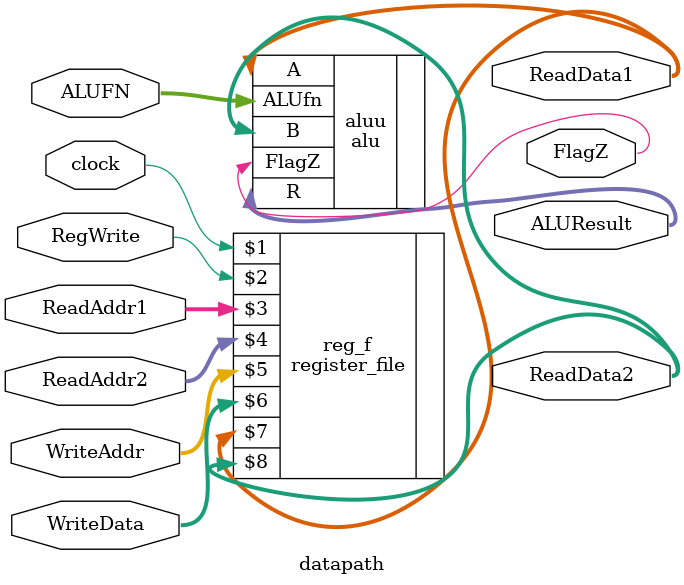
<source format=sv>
`timescale 1ns / 1ps
`default_nettype none

/*
This module conect the Register File with the ALU.
The inputs are from test bench and results of alu is passed to be verified
*/
module datapath #(
    parameter Nloc = 32,
    parameter Dbits = 32
) (
    input wire clock, RegWrite,
    input wire [$clog2(Nloc)-1 : 0] ReadAddr1, ReadAddr2, WriteAddr,
    input wire [4:0] ALUFN,
    input wire [Dbits-1 : 0] WriteData,
    
    output logic [Dbits-1 : 0] ReadData1, ReadData2,
    output wire [Dbits-1:0] ALUResult,
    output wire FlagZ
);
   
    register_file #(Nloc, Dbits) reg_f  (clock, RegWrite, ReadAddr1, ReadAddr2, WriteAddr, WriteData, ReadData1, ReadData2);

    alu #(.N(Dbits)) aluu (.A(ReadData1), .B(ReadData2),.R(ALUResult), .ALUfn(ALUFN), .FlagZ(FlagZ));

endmodule

</source>
